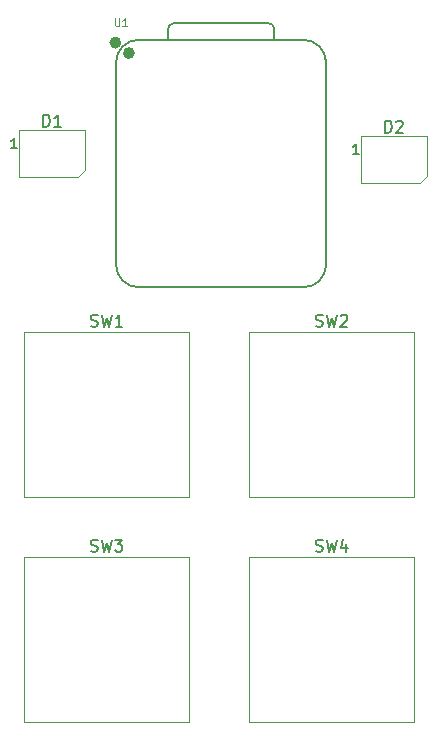
<source format=gbr>
%TF.GenerationSoftware,KiCad,Pcbnew,9.0.6*%
%TF.CreationDate,2025-12-25T21:37:21-05:00*%
%TF.ProjectId,hpad,68706164-2e6b-4696-9361-645f70636258,rev?*%
%TF.SameCoordinates,Original*%
%TF.FileFunction,Legend,Top*%
%TF.FilePolarity,Positive*%
%FSLAX46Y46*%
G04 Gerber Fmt 4.6, Leading zero omitted, Abs format (unit mm)*
G04 Created by KiCad (PCBNEW 9.0.6) date 2025-12-25 21:37:21*
%MOMM*%
%LPD*%
G01*
G04 APERTURE LIST*
%ADD10C,0.101600*%
%ADD11C,0.150000*%
%ADD12C,0.127000*%
%ADD13C,0.100000*%
%ADD14C,0.504000*%
%ADD15C,0.120000*%
G04 APERTURE END LIST*
D10*
X159296190Y-78573479D02*
X159296190Y-79087526D01*
X159296190Y-79087526D02*
X159326428Y-79148002D01*
X159326428Y-79148002D02*
X159356666Y-79178241D01*
X159356666Y-79178241D02*
X159417142Y-79208479D01*
X159417142Y-79208479D02*
X159538095Y-79208479D01*
X159538095Y-79208479D02*
X159598571Y-79178241D01*
X159598571Y-79178241D02*
X159628809Y-79148002D01*
X159628809Y-79148002D02*
X159659047Y-79087526D01*
X159659047Y-79087526D02*
X159659047Y-78573479D01*
X160294047Y-79208479D02*
X159931190Y-79208479D01*
X160112618Y-79208479D02*
X160112618Y-78573479D01*
X160112618Y-78573479D02*
X160052142Y-78664193D01*
X160052142Y-78664193D02*
X159991666Y-78724669D01*
X159991666Y-78724669D02*
X159931190Y-78754907D01*
D11*
X157257917Y-104610700D02*
X157400774Y-104658319D01*
X157400774Y-104658319D02*
X157638869Y-104658319D01*
X157638869Y-104658319D02*
X157734107Y-104610700D01*
X157734107Y-104610700D02*
X157781726Y-104563080D01*
X157781726Y-104563080D02*
X157829345Y-104467842D01*
X157829345Y-104467842D02*
X157829345Y-104372604D01*
X157829345Y-104372604D02*
X157781726Y-104277366D01*
X157781726Y-104277366D02*
X157734107Y-104229747D01*
X157734107Y-104229747D02*
X157638869Y-104182128D01*
X157638869Y-104182128D02*
X157448393Y-104134509D01*
X157448393Y-104134509D02*
X157353155Y-104086890D01*
X157353155Y-104086890D02*
X157305536Y-104039271D01*
X157305536Y-104039271D02*
X157257917Y-103944033D01*
X157257917Y-103944033D02*
X157257917Y-103848795D01*
X157257917Y-103848795D02*
X157305536Y-103753557D01*
X157305536Y-103753557D02*
X157353155Y-103705938D01*
X157353155Y-103705938D02*
X157448393Y-103658319D01*
X157448393Y-103658319D02*
X157686488Y-103658319D01*
X157686488Y-103658319D02*
X157829345Y-103705938D01*
X158162679Y-103658319D02*
X158400774Y-104658319D01*
X158400774Y-104658319D02*
X158591250Y-103944033D01*
X158591250Y-103944033D02*
X158781726Y-104658319D01*
X158781726Y-104658319D02*
X159019822Y-103658319D01*
X159924583Y-104658319D02*
X159353155Y-104658319D01*
X159638869Y-104658319D02*
X159638869Y-103658319D01*
X159638869Y-103658319D02*
X159543631Y-103801176D01*
X159543631Y-103801176D02*
X159448393Y-103896414D01*
X159448393Y-103896414D02*
X159353155Y-103944033D01*
X153211905Y-87729819D02*
X153211905Y-86729819D01*
X153211905Y-86729819D02*
X153450000Y-86729819D01*
X153450000Y-86729819D02*
X153592857Y-86777438D01*
X153592857Y-86777438D02*
X153688095Y-86872676D01*
X153688095Y-86872676D02*
X153735714Y-86967914D01*
X153735714Y-86967914D02*
X153783333Y-87158390D01*
X153783333Y-87158390D02*
X153783333Y-87301247D01*
X153783333Y-87301247D02*
X153735714Y-87491723D01*
X153735714Y-87491723D02*
X153688095Y-87586961D01*
X153688095Y-87586961D02*
X153592857Y-87682200D01*
X153592857Y-87682200D02*
X153450000Y-87729819D01*
X153450000Y-87729819D02*
X153211905Y-87729819D01*
X154735714Y-87729819D02*
X154164286Y-87729819D01*
X154450000Y-87729819D02*
X154450000Y-86729819D01*
X154450000Y-86729819D02*
X154354762Y-86872676D01*
X154354762Y-86872676D02*
X154259524Y-86967914D01*
X154259524Y-86967914D02*
X154164286Y-87015533D01*
X150978571Y-89512295D02*
X150521428Y-89512295D01*
X150750000Y-89512295D02*
X150750000Y-88712295D01*
X150750000Y-88712295D02*
X150673809Y-88826580D01*
X150673809Y-88826580D02*
X150597619Y-88902771D01*
X150597619Y-88902771D02*
X150521428Y-88940866D01*
X157257917Y-123660700D02*
X157400774Y-123708319D01*
X157400774Y-123708319D02*
X157638869Y-123708319D01*
X157638869Y-123708319D02*
X157734107Y-123660700D01*
X157734107Y-123660700D02*
X157781726Y-123613080D01*
X157781726Y-123613080D02*
X157829345Y-123517842D01*
X157829345Y-123517842D02*
X157829345Y-123422604D01*
X157829345Y-123422604D02*
X157781726Y-123327366D01*
X157781726Y-123327366D02*
X157734107Y-123279747D01*
X157734107Y-123279747D02*
X157638869Y-123232128D01*
X157638869Y-123232128D02*
X157448393Y-123184509D01*
X157448393Y-123184509D02*
X157353155Y-123136890D01*
X157353155Y-123136890D02*
X157305536Y-123089271D01*
X157305536Y-123089271D02*
X157257917Y-122994033D01*
X157257917Y-122994033D02*
X157257917Y-122898795D01*
X157257917Y-122898795D02*
X157305536Y-122803557D01*
X157305536Y-122803557D02*
X157353155Y-122755938D01*
X157353155Y-122755938D02*
X157448393Y-122708319D01*
X157448393Y-122708319D02*
X157686488Y-122708319D01*
X157686488Y-122708319D02*
X157829345Y-122755938D01*
X158162679Y-122708319D02*
X158400774Y-123708319D01*
X158400774Y-123708319D02*
X158591250Y-122994033D01*
X158591250Y-122994033D02*
X158781726Y-123708319D01*
X158781726Y-123708319D02*
X159019822Y-122708319D01*
X159305536Y-122708319D02*
X159924583Y-122708319D01*
X159924583Y-122708319D02*
X159591250Y-123089271D01*
X159591250Y-123089271D02*
X159734107Y-123089271D01*
X159734107Y-123089271D02*
X159829345Y-123136890D01*
X159829345Y-123136890D02*
X159876964Y-123184509D01*
X159876964Y-123184509D02*
X159924583Y-123279747D01*
X159924583Y-123279747D02*
X159924583Y-123517842D01*
X159924583Y-123517842D02*
X159876964Y-123613080D01*
X159876964Y-123613080D02*
X159829345Y-123660700D01*
X159829345Y-123660700D02*
X159734107Y-123708319D01*
X159734107Y-123708319D02*
X159448393Y-123708319D01*
X159448393Y-123708319D02*
X159353155Y-123660700D01*
X159353155Y-123660700D02*
X159305536Y-123613080D01*
X182161905Y-88229819D02*
X182161905Y-87229819D01*
X182161905Y-87229819D02*
X182400000Y-87229819D01*
X182400000Y-87229819D02*
X182542857Y-87277438D01*
X182542857Y-87277438D02*
X182638095Y-87372676D01*
X182638095Y-87372676D02*
X182685714Y-87467914D01*
X182685714Y-87467914D02*
X182733333Y-87658390D01*
X182733333Y-87658390D02*
X182733333Y-87801247D01*
X182733333Y-87801247D02*
X182685714Y-87991723D01*
X182685714Y-87991723D02*
X182638095Y-88086961D01*
X182638095Y-88086961D02*
X182542857Y-88182200D01*
X182542857Y-88182200D02*
X182400000Y-88229819D01*
X182400000Y-88229819D02*
X182161905Y-88229819D01*
X183114286Y-87325057D02*
X183161905Y-87277438D01*
X183161905Y-87277438D02*
X183257143Y-87229819D01*
X183257143Y-87229819D02*
X183495238Y-87229819D01*
X183495238Y-87229819D02*
X183590476Y-87277438D01*
X183590476Y-87277438D02*
X183638095Y-87325057D01*
X183638095Y-87325057D02*
X183685714Y-87420295D01*
X183685714Y-87420295D02*
X183685714Y-87515533D01*
X183685714Y-87515533D02*
X183638095Y-87658390D01*
X183638095Y-87658390D02*
X183066667Y-88229819D01*
X183066667Y-88229819D02*
X183685714Y-88229819D01*
X179928571Y-90012295D02*
X179471428Y-90012295D01*
X179700000Y-90012295D02*
X179700000Y-89212295D01*
X179700000Y-89212295D02*
X179623809Y-89326580D01*
X179623809Y-89326580D02*
X179547619Y-89402771D01*
X179547619Y-89402771D02*
X179471428Y-89440866D01*
X176307917Y-123660700D02*
X176450774Y-123708319D01*
X176450774Y-123708319D02*
X176688869Y-123708319D01*
X176688869Y-123708319D02*
X176784107Y-123660700D01*
X176784107Y-123660700D02*
X176831726Y-123613080D01*
X176831726Y-123613080D02*
X176879345Y-123517842D01*
X176879345Y-123517842D02*
X176879345Y-123422604D01*
X176879345Y-123422604D02*
X176831726Y-123327366D01*
X176831726Y-123327366D02*
X176784107Y-123279747D01*
X176784107Y-123279747D02*
X176688869Y-123232128D01*
X176688869Y-123232128D02*
X176498393Y-123184509D01*
X176498393Y-123184509D02*
X176403155Y-123136890D01*
X176403155Y-123136890D02*
X176355536Y-123089271D01*
X176355536Y-123089271D02*
X176307917Y-122994033D01*
X176307917Y-122994033D02*
X176307917Y-122898795D01*
X176307917Y-122898795D02*
X176355536Y-122803557D01*
X176355536Y-122803557D02*
X176403155Y-122755938D01*
X176403155Y-122755938D02*
X176498393Y-122708319D01*
X176498393Y-122708319D02*
X176736488Y-122708319D01*
X176736488Y-122708319D02*
X176879345Y-122755938D01*
X177212679Y-122708319D02*
X177450774Y-123708319D01*
X177450774Y-123708319D02*
X177641250Y-122994033D01*
X177641250Y-122994033D02*
X177831726Y-123708319D01*
X177831726Y-123708319D02*
X178069822Y-122708319D01*
X178879345Y-123041652D02*
X178879345Y-123708319D01*
X178641250Y-122660700D02*
X178403155Y-123374985D01*
X178403155Y-123374985D02*
X179022202Y-123374985D01*
X176307917Y-104610700D02*
X176450774Y-104658319D01*
X176450774Y-104658319D02*
X176688869Y-104658319D01*
X176688869Y-104658319D02*
X176784107Y-104610700D01*
X176784107Y-104610700D02*
X176831726Y-104563080D01*
X176831726Y-104563080D02*
X176879345Y-104467842D01*
X176879345Y-104467842D02*
X176879345Y-104372604D01*
X176879345Y-104372604D02*
X176831726Y-104277366D01*
X176831726Y-104277366D02*
X176784107Y-104229747D01*
X176784107Y-104229747D02*
X176688869Y-104182128D01*
X176688869Y-104182128D02*
X176498393Y-104134509D01*
X176498393Y-104134509D02*
X176403155Y-104086890D01*
X176403155Y-104086890D02*
X176355536Y-104039271D01*
X176355536Y-104039271D02*
X176307917Y-103944033D01*
X176307917Y-103944033D02*
X176307917Y-103848795D01*
X176307917Y-103848795D02*
X176355536Y-103753557D01*
X176355536Y-103753557D02*
X176403155Y-103705938D01*
X176403155Y-103705938D02*
X176498393Y-103658319D01*
X176498393Y-103658319D02*
X176736488Y-103658319D01*
X176736488Y-103658319D02*
X176879345Y-103705938D01*
X177212679Y-103658319D02*
X177450774Y-104658319D01*
X177450774Y-104658319D02*
X177641250Y-103944033D01*
X177641250Y-103944033D02*
X177831726Y-104658319D01*
X177831726Y-104658319D02*
X178069822Y-103658319D01*
X178403155Y-103753557D02*
X178450774Y-103705938D01*
X178450774Y-103705938D02*
X178546012Y-103658319D01*
X178546012Y-103658319D02*
X178784107Y-103658319D01*
X178784107Y-103658319D02*
X178879345Y-103705938D01*
X178879345Y-103705938D02*
X178926964Y-103753557D01*
X178926964Y-103753557D02*
X178974583Y-103848795D01*
X178974583Y-103848795D02*
X178974583Y-103944033D01*
X178974583Y-103944033D02*
X178926964Y-104086890D01*
X178926964Y-104086890D02*
X178355536Y-104658319D01*
X178355536Y-104658319D02*
X178974583Y-104658319D01*
D12*
%TO.C,U1*%
X159390000Y-99429000D02*
X159390000Y-82284000D01*
X161295000Y-101334000D02*
X175265000Y-101334000D01*
X163785000Y-80379000D02*
X163788728Y-79468728D01*
X164288728Y-78969000D02*
X172284000Y-78969000D01*
X172784000Y-79469000D02*
X172784000Y-80379000D01*
D13*
X175265000Y-80379000D02*
X161295000Y-80379000D01*
D12*
X175265000Y-80379000D02*
X161295000Y-80379000D01*
X177170000Y-99429000D02*
X177170000Y-82284000D01*
X159390000Y-82284000D02*
G75*
G02*
X161295000Y-80379000I1905001J-1D01*
G01*
X161295000Y-101334000D02*
G75*
G02*
X159390000Y-99429000I1J1905001D01*
G01*
X163788728Y-79468728D02*
G75*
G02*
X164288728Y-78969001I500018J-291D01*
G01*
X172284000Y-78969000D02*
G75*
G02*
X172784000Y-79469000I0J-500000D01*
G01*
X175265000Y-80379000D02*
G75*
G02*
X177170000Y-82284000I0J-1905000D01*
G01*
X177170000Y-99429000D02*
G75*
G02*
X175265000Y-101334000I-1905000J0D01*
G01*
D14*
X159582000Y-80620000D02*
G75*
G02*
X159078000Y-80620000I-252000J0D01*
G01*
X159078000Y-80620000D02*
G75*
G02*
X159582000Y-80620000I252000J0D01*
G01*
X160725000Y-81500000D02*
G75*
G02*
X160221000Y-81500000I-252000J0D01*
G01*
X160221000Y-81500000D02*
G75*
G02*
X160725000Y-81500000I252000J0D01*
G01*
D15*
%TO.C,SW1*%
X151606250Y-105092500D02*
X165576250Y-105092500D01*
X151606250Y-119062500D02*
X151606250Y-105092500D01*
X165576250Y-105092500D02*
X165576250Y-119062500D01*
X165576250Y-119062500D02*
X151606250Y-119062500D01*
%TO.C,D1*%
X151150000Y-88025000D02*
X151150000Y-92025000D01*
X151150000Y-88025000D02*
X156750000Y-88025000D01*
X151150000Y-92025000D02*
X156150000Y-92025000D01*
X156750000Y-91425000D02*
X156150000Y-92025000D01*
X156750000Y-91425000D02*
X156750000Y-88025000D01*
%TO.C,SW3*%
X151606250Y-124142500D02*
X165576250Y-124142500D01*
X151606250Y-138112500D02*
X151606250Y-124142500D01*
X165576250Y-124142500D02*
X165576250Y-138112500D01*
X165576250Y-138112500D02*
X151606250Y-138112500D01*
%TO.C,D2*%
X180100000Y-88525000D02*
X180100000Y-92525000D01*
X180100000Y-88525000D02*
X185700000Y-88525000D01*
X180100000Y-92525000D02*
X185100000Y-92525000D01*
X185700000Y-91925000D02*
X185100000Y-92525000D01*
X185700000Y-91925000D02*
X185700000Y-88525000D01*
%TO.C,SW4*%
X170656250Y-124142500D02*
X184626250Y-124142500D01*
X170656250Y-138112500D02*
X170656250Y-124142500D01*
X184626250Y-124142500D02*
X184626250Y-138112500D01*
X184626250Y-138112500D02*
X170656250Y-138112500D01*
%TO.C,SW2*%
X170656250Y-105092500D02*
X184626250Y-105092500D01*
X170656250Y-119062500D02*
X170656250Y-105092500D01*
X184626250Y-105092500D02*
X184626250Y-119062500D01*
X184626250Y-119062500D02*
X170656250Y-119062500D01*
%TD*%
M02*

</source>
